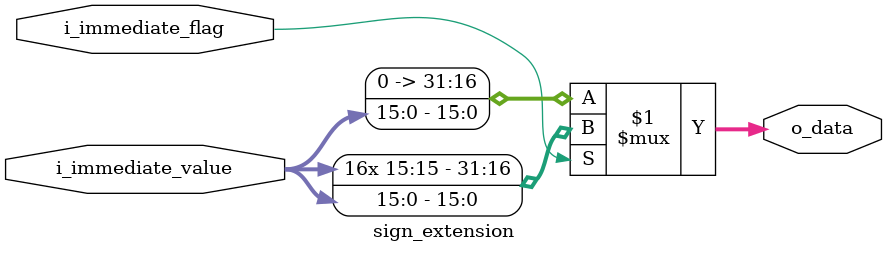
<source format=v>
module sign_extension
#(
    parameter NB_IMM = 16,
    parameter NB_DATA = 32
)
(
    input wire                  i_immediate_flag    ,
    input wire  [NB_IMM-1:0]    i_immediate_value   ,
    output wire [NB_DATA-1:0]   o_data
);

assign o_data = i_immediate_flag ? 
                {{16{i_immediate_value[NB_IMM-1]}}  , i_immediate_value} : 
                {       16'b0                       , i_immediate_value} ;


endmodule

</source>
